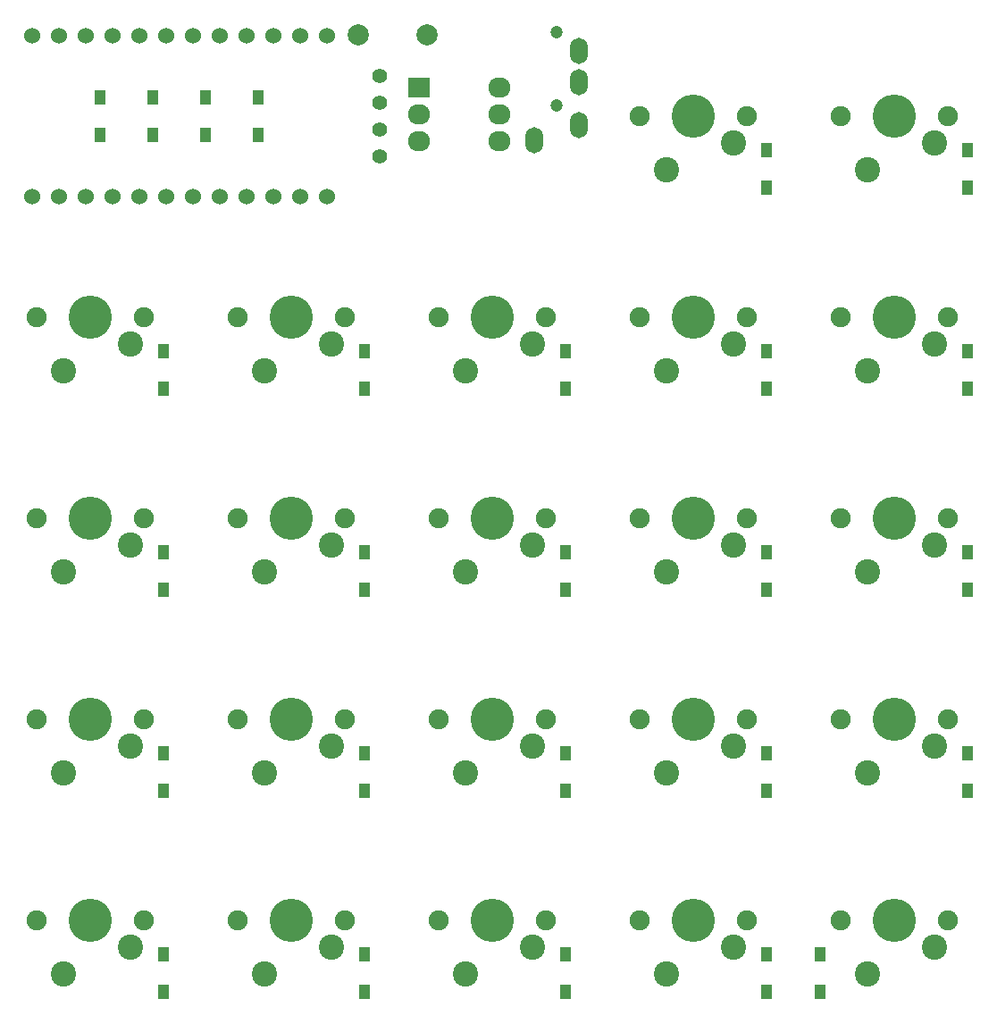
<source format=gbr>
%TF.GenerationSoftware,KiCad,Pcbnew,(5.1.9)-1*%
%TF.CreationDate,2021-02-13T13:30:33+09:00*%
%TF.ProjectId,yuiop22rs,7975696f-7032-4327-9273-2e6b69636164,1*%
%TF.SameCoordinates,Original*%
%TF.FileFunction,Soldermask,Bot*%
%TF.FilePolarity,Negative*%
%FSLAX46Y46*%
G04 Gerber Fmt 4.6, Leading zero omitted, Abs format (unit mm)*
G04 Created by KiCad (PCBNEW (5.1.9)-1) date 2021-02-13 13:30:33*
%MOMM*%
%LPD*%
G01*
G04 APERTURE LIST*
%ADD10R,1.000000X1.400000*%
%ADD11C,1.200000*%
%ADD12O,1.700000X2.500000*%
%ADD13C,1.397000*%
%ADD14C,2.400000*%
%ADD15C,4.100000*%
%ADD16C,1.900000*%
%ADD17R,2.100000X1.900000*%
%ADD18O,2.100000X1.900000*%
%ADD19C,2.000000*%
%ADD20C,1.524000*%
G04 APERTURE END LIST*
D10*
%TO.C,D1*%
X123675000Y-66300000D03*
X123675000Y-62750000D03*
%TD*%
%TO.C,D2*%
X142725000Y-62750000D03*
X142725000Y-66300000D03*
%TD*%
%TO.C,D3*%
X66525000Y-81800000D03*
X66525000Y-85350000D03*
%TD*%
%TO.C,D4*%
X85575000Y-85350000D03*
X85575000Y-81800000D03*
%TD*%
%TO.C,D5*%
X104625000Y-81800000D03*
X104625000Y-85350000D03*
%TD*%
%TO.C,D6*%
X123675000Y-85350000D03*
X123675000Y-81800000D03*
%TD*%
%TO.C,D7*%
X142725000Y-81800000D03*
X142725000Y-85350000D03*
%TD*%
%TO.C,D8*%
X66525000Y-104400000D03*
X66525000Y-100850000D03*
%TD*%
%TO.C,D9*%
X85575000Y-100850000D03*
X85575000Y-104400000D03*
%TD*%
%TO.C,D10*%
X104625000Y-104400000D03*
X104625000Y-100850000D03*
%TD*%
%TO.C,D11*%
X123675000Y-100850000D03*
X123675000Y-104400000D03*
%TD*%
%TO.C,D12*%
X142725000Y-104400000D03*
X142725000Y-100850000D03*
%TD*%
%TO.C,D13*%
X66525000Y-123450000D03*
X66525000Y-119900000D03*
%TD*%
%TO.C,D14*%
X85575000Y-119900000D03*
X85575000Y-123450000D03*
%TD*%
%TO.C,D15*%
X104625000Y-123450000D03*
X104625000Y-119900000D03*
%TD*%
%TO.C,D16*%
X123675000Y-119900000D03*
X123675000Y-123450000D03*
%TD*%
%TO.C,D17*%
X142725000Y-119900000D03*
X142725000Y-123450000D03*
%TD*%
%TO.C,D18*%
X66525000Y-142500000D03*
X66525000Y-138950000D03*
%TD*%
%TO.C,D19*%
X85575000Y-138950000D03*
X85575000Y-142500000D03*
%TD*%
%TO.C,D20*%
X104625000Y-142500000D03*
X104625000Y-138950000D03*
%TD*%
%TO.C,D21*%
X123675000Y-142500000D03*
X123675000Y-138950000D03*
%TD*%
%TO.C,D22*%
X128750000Y-138950000D03*
X128750000Y-142500000D03*
%TD*%
%TO.C,D23*%
X60500000Y-61275000D03*
X60500000Y-57725000D03*
%TD*%
%TO.C,D24*%
X65500000Y-57725000D03*
X65500000Y-61275000D03*
%TD*%
%TO.C,D25*%
X70500000Y-61275000D03*
X70500000Y-57725000D03*
%TD*%
%TO.C,D26*%
X75500000Y-57725000D03*
X75500000Y-61275000D03*
%TD*%
D11*
%TO.C,J1*%
X103750000Y-51500000D03*
X103750000Y-58500000D03*
D12*
X105850000Y-53300000D03*
X105850000Y-56300000D03*
X105850000Y-60300000D03*
X101650000Y-61800000D03*
%TD*%
D13*
%TO.C,OL1*%
X87000000Y-60770000D03*
X87000000Y-63310000D03*
X87000000Y-55690000D03*
X87000000Y-58230000D03*
%TD*%
D14*
%TO.C,SW1*%
X114135000Y-64605000D03*
X120485000Y-62065000D03*
D15*
X116675000Y-59525000D03*
D16*
X111595000Y-59525000D03*
X121755000Y-59525000D03*
%TD*%
%TO.C,SW2*%
X140805000Y-59525000D03*
X130645000Y-59525000D03*
D15*
X135725000Y-59525000D03*
D14*
X139535000Y-62065000D03*
X133185000Y-64605000D03*
%TD*%
%TO.C,SW3*%
X56985000Y-83655000D03*
X63335000Y-81115000D03*
D15*
X59525000Y-78575000D03*
D16*
X54445000Y-78575000D03*
X64605000Y-78575000D03*
%TD*%
%TO.C,SW4*%
X83655000Y-78575000D03*
X73495000Y-78575000D03*
D15*
X78575000Y-78575000D03*
D14*
X82385000Y-81115000D03*
X76035000Y-83655000D03*
%TD*%
D16*
%TO.C,SW5*%
X102705000Y-78575000D03*
X92545000Y-78575000D03*
D15*
X97625000Y-78575000D03*
D14*
X101435000Y-81115000D03*
X95085000Y-83655000D03*
%TD*%
%TO.C,SW6*%
X114135000Y-83655000D03*
X120485000Y-81115000D03*
D15*
X116675000Y-78575000D03*
D16*
X111595000Y-78575000D03*
X121755000Y-78575000D03*
%TD*%
%TO.C,SW7*%
X140805000Y-78575000D03*
X130645000Y-78575000D03*
D15*
X135725000Y-78575000D03*
D14*
X139535000Y-81115000D03*
X133185000Y-83655000D03*
%TD*%
%TO.C,SW8*%
X56985000Y-102705000D03*
X63335000Y-100165000D03*
D15*
X59525000Y-97625000D03*
D16*
X54445000Y-97625000D03*
X64605000Y-97625000D03*
%TD*%
%TO.C,SW9*%
X83655000Y-97625000D03*
X73495000Y-97625000D03*
D15*
X78575000Y-97625000D03*
D14*
X82385000Y-100165000D03*
X76035000Y-102705000D03*
%TD*%
D16*
%TO.C,SW10*%
X102705000Y-97625000D03*
X92545000Y-97625000D03*
D15*
X97625000Y-97625000D03*
D14*
X101435000Y-100165000D03*
X95085000Y-102705000D03*
%TD*%
%TO.C,SW11*%
X114135000Y-102705000D03*
X120485000Y-100165000D03*
D15*
X116675000Y-97625000D03*
D16*
X111595000Y-97625000D03*
X121755000Y-97625000D03*
%TD*%
D14*
%TO.C,SW12*%
X133185000Y-102705000D03*
X139535000Y-100165000D03*
D15*
X135725000Y-97625000D03*
D16*
X130645000Y-97625000D03*
X140805000Y-97625000D03*
%TD*%
%TO.C,SW13*%
X64605000Y-116675000D03*
X54445000Y-116675000D03*
D15*
X59525000Y-116675000D03*
D14*
X63335000Y-119215000D03*
X56985000Y-121755000D03*
%TD*%
D16*
%TO.C,SW14*%
X83655000Y-116675000D03*
X73495000Y-116675000D03*
D15*
X78575000Y-116675000D03*
D14*
X82385000Y-119215000D03*
X76035000Y-121755000D03*
%TD*%
%TO.C,SW15*%
X95085000Y-121755000D03*
X101435000Y-119215000D03*
D15*
X97625000Y-116675000D03*
D16*
X92545000Y-116675000D03*
X102705000Y-116675000D03*
%TD*%
D14*
%TO.C,SW16*%
X114135000Y-121755000D03*
X120485000Y-119215000D03*
D15*
X116675000Y-116675000D03*
D16*
X111595000Y-116675000D03*
X121755000Y-116675000D03*
%TD*%
%TO.C,SW17*%
X140805000Y-116675000D03*
X130645000Y-116675000D03*
D15*
X135725000Y-116675000D03*
D14*
X139535000Y-119215000D03*
X133185000Y-121755000D03*
%TD*%
%TO.C,SW18*%
X56985000Y-140805000D03*
X63335000Y-138265000D03*
D15*
X59525000Y-135725000D03*
D16*
X54445000Y-135725000D03*
X64605000Y-135725000D03*
%TD*%
%TO.C,SW19*%
X83655000Y-135725000D03*
X73495000Y-135725000D03*
D15*
X78575000Y-135725000D03*
D14*
X82385000Y-138265000D03*
X76035000Y-140805000D03*
%TD*%
%TO.C,SW20*%
X95085000Y-140805000D03*
X101435000Y-138265000D03*
D15*
X97625000Y-135725000D03*
D16*
X92545000Y-135725000D03*
X102705000Y-135725000D03*
%TD*%
%TO.C,SW21*%
X121755000Y-135725000D03*
X111595000Y-135725000D03*
D15*
X116675000Y-135725000D03*
D14*
X120485000Y-138265000D03*
X114135000Y-140805000D03*
%TD*%
%TO.C,SW22*%
X133185000Y-140805000D03*
X139535000Y-138265000D03*
D15*
X135725000Y-135725000D03*
D16*
X130645000Y-135725000D03*
X140805000Y-135725000D03*
%TD*%
D17*
%TO.C,SW_ROT1*%
X90750000Y-56750000D03*
D18*
X98370000Y-56750000D03*
X90750000Y-59290000D03*
X98370000Y-59290000D03*
X90750000Y-61830000D03*
X98370000Y-61830000D03*
%TD*%
D19*
%TO.C,SW_RST1*%
X85000000Y-51750000D03*
X91500000Y-51750000D03*
%TD*%
D20*
%TO.C,U1*%
X54022000Y-51888600D03*
X56562000Y-51888600D03*
X59102000Y-51888600D03*
X61642000Y-51888600D03*
X64182000Y-51888600D03*
X66722000Y-51888600D03*
X69262000Y-51888600D03*
X71802000Y-51888600D03*
X74342000Y-51888600D03*
X76882000Y-51888600D03*
X79422000Y-51888600D03*
X81962000Y-51888600D03*
X81962000Y-67108600D03*
X79422000Y-67108600D03*
X76882000Y-67108600D03*
X74342000Y-67108600D03*
X71802000Y-67108600D03*
X69262000Y-67108600D03*
X66722000Y-67108600D03*
X64182000Y-67108600D03*
X61642000Y-67108600D03*
X59102000Y-67108600D03*
X56562000Y-67108600D03*
X54022000Y-67108600D03*
%TD*%
M02*

</source>
